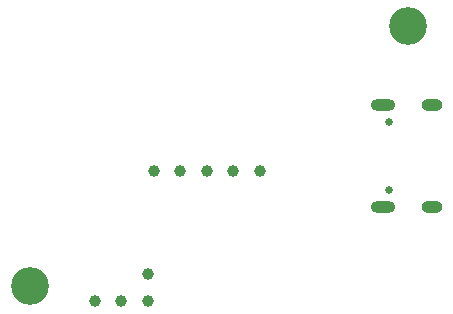
<source format=gbr>
%TF.GenerationSoftware,KiCad,Pcbnew,8.0.7*%
%TF.CreationDate,2025-10-25T23:35:46+02:00*%
%TF.ProjectId,VOCaware,564f4361-7761-4726-952e-6b696361645f,v1.0*%
%TF.SameCoordinates,Original*%
%TF.FileFunction,Soldermask,Bot*%
%TF.FilePolarity,Negative*%
%FSLAX46Y46*%
G04 Gerber Fmt 4.6, Leading zero omitted, Abs format (unit mm)*
G04 Created by KiCad (PCBNEW 8.0.7) date 2025-10-25 23:35:46*
%MOMM*%
%LPD*%
G01*
G04 APERTURE LIST*
%ADD10C,3.200000*%
%ADD11C,0.650000*%
%ADD12O,2.100000X1.000000*%
%ADD13O,1.800000X1.000000*%
%ADD14C,1.000000*%
G04 APERTURE END LIST*
D10*
%TO.C,H2*%
X127230000Y-50230000D03*
%TD*%
D11*
%TO.C,J1*%
X125625000Y-64120000D03*
X125625000Y-58340000D03*
D12*
X125125000Y-65550000D03*
D13*
X129305000Y-65550000D03*
D12*
X125125000Y-56910000D03*
D13*
X129305000Y-56910000D03*
%TD*%
D10*
%TO.C,H1*%
X95230000Y-72230000D03*
%TD*%
D14*
%TO.C,IO10*%
X100730000Y-73480000D03*
%TD*%
%TO.C,RXD0*%
X112480000Y-62480000D03*
%TD*%
%TO.C,IO45*%
X110230000Y-62480000D03*
%TD*%
%TO.C,TXD0*%
X114730000Y-62480000D03*
%TD*%
%TO.C,GND*%
X105230000Y-71230000D03*
%TD*%
%TO.C,IO3*%
X105730000Y-62480000D03*
%TD*%
%TO.C,IO46*%
X107980000Y-62480000D03*
%TD*%
%TO.C,IO11*%
X102980000Y-73480000D03*
%TD*%
%TO.C,+3V3*%
X105230000Y-73480000D03*
%TD*%
M02*

</source>
